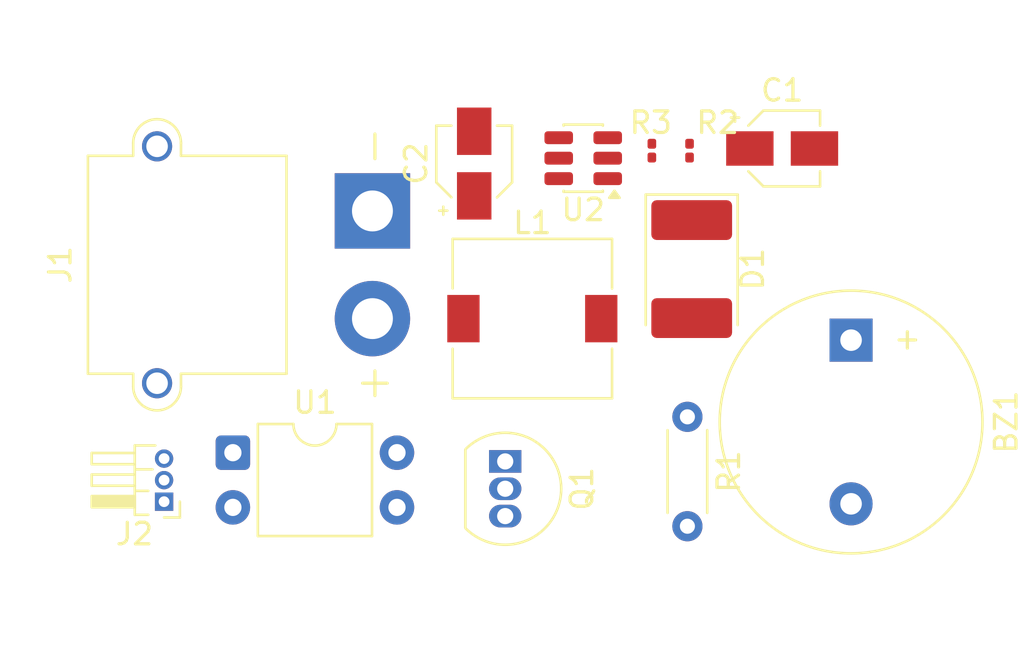
<source format=kicad_pcb>
(kicad_pcb (version 20241229) (generator "pcbnew") (generator_version "9.0")
  (layers (0 "F.Cu" signal) (2 "B.Cu" signal) (13 "F.Paste" user) (15 "B.Paste" user) (5 "F.SilkS" user "F.Silkscreen") (7 "B.SilkS" user "B.Silkscreen") (1 "F.Mask" user) (3 "B.Mask" user) (25 "Edge.Cuts" user))
  (net 0 "")
  (net 1 "Net-(BZ1-+)")
  (net 2 "Net-(BZ1--)")
  (net 3 "GND")
  (net 4 "Net-(D1-A)")
  (net 5 "Net-(J2-Pin_1)")
  (net 7 "Net-(J2-Pin_3)")
  (net 8 "Net-(Q1-B)")
  (net 9 "Net-(U2-FB)")
  (net 11 "Net-(J1-Pin_2)")
  (footprint "Connector_PinHeader_1.00mm:PinHeader_1x03_P1.00mm_Horizontal" (layer "F.Cu") (at 120 39 180)
    (property "Reference" "J2" (at 1.375 -1.5 0) (layer "F.SilkS"))
    (property "Value" "Conn_01x03_Pin")
    (fp_line (start 3.36 2.26) (end 1.36 2.26) (stroke (width 0.12)) (layer "F.SilkS"))
    (fp_line (start 3.36 1.74) (end 3.36 2.26) (stroke (width 0.12)) (layer "F.SilkS"))
    (fp_line (start 3.36 1.26) (end 1.36 1.26) (stroke (width 0.12)) (layer "F.SilkS"))
    (fp_line (start 3.36 0.74) (end 3.36 1.26) (stroke (width 0.12)) (layer "F.SilkS"))
    (fp_line (start 1.36 2.61) (end 0.41003 2.61) (stroke (width 0.12)) (layer "F.SilkS"))
    (fp_line (start 1.36 1.74) (end 3.36 1.74) (stroke (width 0.12)) (layer "F.SilkS"))
    (fp_line (start 1.36 0.74) (end 3.36 0.74) (stroke (width 0.12)) (layer "F.SilkS"))
    (fp_line (start 1.36 -0.61) (end 1.36 2.61) (stroke (width 0.12)) (layer "F.SilkS"))
    (fp_line (start 0.735 0.5) (end 1.36 0.5) (stroke (width 0.12)) (layer "F.SilkS"))
    (fp_line (start 0.735 -0.61) (end 1.36 -0.61) (stroke (width 0.12)) (layer "F.SilkS"))
    (fp_line (start 0.538725 1.5) (end 1.36 1.5) (stroke (width 0.12)) (layer "F.SilkS"))
    (fp_line (start -0.735 0) (end -0.735 -0.735) (stroke (width 0.12)) (layer "F.SilkS"))
    (fp_line (start -0.735 -0.735) (end 0 -0.735) (stroke (width 0.12)) (layer "F.SilkS"))
    (fp_rect (start 1.36 -0.26) (end 3.36 0.26) (stroke (width 0.12)) (fill yes) (layer "F.SilkS"))
    (pad "1" thru_hole rect (at 0 0 180) (size 0.85 0.85) (drill 0.5) (layers "*.Cu" "*.Mask") (net 5 "Net-(J2-Pin_1)"))
    (pad "2" thru_hole circle (at 0 1 180) (size 0.85 0.85) (drill 0.5) (layers "*.Cu" "*.Mask"))
    (pad "3" thru_hole circle (at 0 2 180) (size 0.85 0.85) (drill 0.5) (layers "*.Cu" "*.Mask") (net 7 "Net-(J2-Pin_3)"))
  )
  (footprint "Capacitor_SMD:CP_Elec_3x5.3" (layer "F.Cu") (at 134.4 23.3 90)
    (property "Reference" "C2" (at 0 -2.7 90) (layer "F.SilkS"))
    (property "Value" "22uF")
    (fp_line (start 1.76 -1.76) (end 1.76 -1.06) (stroke (width 0.12)) (layer "F.SilkS"))
    (fp_line (start -0.870563 -1.76) (end 1.76 -1.76) (stroke (width 0.12)) (layer "F.SilkS"))
    (fp_line (start -2.1875 -1.6225) (end -2.1875 -1.2475) (stroke (width 0.12)) (layer "F.SilkS"))
    (fp_line (start -2.375 -1.435) (end -2 -1.435) (stroke (width 0.12)) (layer "F.SilkS"))
    (fp_line (start -1.570563 -1.06) (end -0.870563 -1.76) (stroke (width 0.12)) (layer "F.SilkS"))
    (fp_line (start -1.570563 1.06) (end -0.870563 1.76) (stroke (width 0.12)) (layer "F.SilkS"))
    (fp_line (start 1.76 1.76) (end 1.76 1.06) (stroke (width 0.12)) (layer "F.SilkS"))
    (fp_line (start -0.870563 1.76) (end 1.76 1.76) (stroke (width 0.12)) (layer "F.SilkS"))
    (pad "1" smd rect (at -1.5 0 90) (size 2.2 1.6) (layers "F.Cu" "F.Mask" "F.Paste") (net 11 "Net-(J1-Pin_2)"))
    (pad "2" smd rect (at 1.5 0 90) (size 2.2 1.6) (layers "F.Cu" "F.Mask" "F.Paste") (net 3 "GND"))
  )
  (footprint "Package_TO_SOT_THT:TO-92_Inline" (layer "F.Cu") (at 135.84 37.13 -90)
    (property "Reference" "Q1" (at 1.27 -3.56 90) (layer "F.SilkS"))
    (property "Value" "BC337")
    (fp_line (start -0.53 1.85) (end 3.07 1.85) (stroke (width 0.12)) (layer "F.SilkS"))
    (fp_arc (start -0.568478 1.838478) (mid -1.132087 -0.994977) (end 1.27 -2.6) (stroke (width 0.12)) (layer "F.SilkS"))
    (fp_arc (start 1.27 -2.6) (mid 3.672087 -0.994977) (end 3.108478 1.838478) (stroke (width 0.12)) (layer "F.SilkS"))
    (pad "1" thru_hole rect (at 0 0 270) (size 1.05 1.5) (drill 0.75) (layers "*.Cu" "*.Mask") (net 2 "Net-(BZ1--)"))
    (pad "2" thru_hole oval (at 1.27 0 270) (size 1.05 1.5) (drill 0.75) (layers "*.Cu" "*.Mask") (net 8 "Net-(Q1-B)"))
    (pad "3" thru_hole oval (at 2.54 0 270) (size 1.05 1.5) (drill 0.75) (layers "*.Cu" "*.Mask") (net 3 "GND"))
  )
  (footprint "Connector_AMASS2:AMASS_XT30PW-M_1x02_P2.50mm_Horizontal" (layer "F.Cu") (at 129.675 25.5 90)
    (property "Reference" "J1" (at -2.5 -14.5 90) (layer "F.SilkS"))
    (property "Value" "Conn_01x02_Pin")
    (fp_line (start 2.56 -13.21) (end 2.56 -11.11) (stroke (width 0.12)) (layer "F.SilkS"))
    (fp_line (start -7.56 -13.21) (end 2.56 -13.21) (stroke (width 0.12)) (layer "F.SilkS"))
    (fp_line (start -7.56 -13.21) (end -7.56 -11.11) (stroke (width 0.12)) (layer "F.SilkS"))
    (fp_line (start 2.56 -11.11) (end 3.15 -11.11) (stroke (width 0.12)) (layer "F.SilkS"))
    (fp_line (start -8.15 -11.11) (end -7.56 -11.11) (stroke (width 0.12)) (layer "F.SilkS"))
    (fp_line (start 2.56 -8.89) (end 3.15 -8.89) (stroke (width 0.12)) (layer "F.SilkS"))
    (fp_line (start 2.56 -8.89) (end 2.56 -3.99) (stroke (width 0.12)) (layer "F.SilkS"))
    (fp_line (start -7.56 -8.89) (end -7.56 -3.99) (stroke (width 0.12)) (layer "F.SilkS"))
    (fp_line (start -8.15 -8.89) (end -7.56 -8.89) (stroke (width 0.12)) (layer "F.SilkS"))
    (fp_line (start -7.56 -3.99) (end 2.56 -3.99) (stroke (width 0.12)) (layer "F.SilkS"))
    (fp_arc (start 3.15 -11.11) (mid 4.26 -10) (end 3.15 -8.89) (stroke (width 0.12)) (layer "F.SilkS"))
    (fp_arc (start -8.15 -8.89) (mid -9.26 -10) (end -8.15 -11.11) (stroke (width 0.12)) (layer "F.SilkS"))
    (fp_text user "+" (at -8 0 90) (layer "F.SilkS") (effects (font (size 1.5 1.5))))
    (fp_text user "-" (at 3 0 90) (layer "F.SilkS") (effects (font (size 1.5 1.5))))
    (pad "" thru_hole circle (at -8 -10 90) (size 1.4 1.4) (drill 1) (layers "*.Cu" "*.Mask"))
    (pad "" thru_hole circle (at 3 -10 90) (size 1.4 1.4) (drill 1) (layers "*.Cu" "*.Mask"))
    (pad "1" thru_hole rect (at 0 0 90) (size 3.5 3.5) (drill 1.9) (layers "*.Cu" "*.Mask") (net 3 "GND"))
    (pad "2" thru_hole circle (at -5 0 90) (size 3.5 3.5) (drill 1.9) (layers "*.Cu" "*.Mask") (net 11 "Net-(J1-Pin_2)"))
  )
  (footprint "Buzzer_Beeper:Buzzer_12x9.5RM7.6" (layer "F.Cu") (at 151.9 31.5 -90)
    (property "Reference" "BZ1" (at 3.8 -7.2 90) (layer "F.SilkS"))
    (property "Value" "Buzzer")
    (fp_circle (center 3.8 0) (end 9.9 0) (stroke (width 0.12)) (fill no) (layer "F.SilkS"))
    (fp_text user "+" (at -0.01 -2.54 90) (layer "F.SilkS"))
    (pad "1" thru_hole rect (at 0 0 270) (size 2 2) (drill 1) (layers "*.Cu" "*.Mask") (net 1 "Net-(BZ1-+)"))
    (pad "2" thru_hole circle (at 7.6 0 270) (size 2 2) (drill 1) (layers "*.Cu" "*.Mask") (net 2 "Net-(BZ1--)"))
  )
  (footprint "Diode_SMD:D_2114_3652Metric_Pad1.85x3.75mm_HandSolder" (layer "F.Cu") (at 144.5 28.2 -90)
    (property "Reference" "D1" (at 0 -2.83 90) (layer "F.SilkS"))
    (property "Value" "SS34")
    (fp_line (start -3.46 2.135) (end 2.6 2.135) (stroke (width 0.12)) (layer "F.SilkS"))
    (fp_line (start -3.46 -2.135) (end -3.46 2.135) (stroke (width 0.12)) (layer "F.SilkS"))
    (fp_line (start 2.6 -2.135) (end -3.46 -2.135) (stroke (width 0.12)) (layer "F.SilkS"))
    (pad "1" smd roundrect (at -2.275 0 270) (size 1.85 3.75) (layers "F.Cu" "F.Mask" "F.Paste") (roundrect_rratio 0.135135) (net 1 "Net-(BZ1-+)"))
    (pad "2" smd roundrect (at 2.275 0 270) (size 1.85 3.75) (layers "F.Cu" "F.Mask" "F.Paste") (roundrect_rratio 0.135135) (net 4 "Net-(D1-A)"))
  )
  (footprint "Inductor_SMD:L_7.3x7.3_H4.5" (layer "F.Cu") (at 137.1 30.5)
    (property "Reference" "L1" (at 0 -4.45 0) (layer "F.SilkS"))
    (property "Value" "10uH")
    (fp_line (start -3.7 -3.7) (end 3.7 -3.7) (stroke (width 0.12)) (layer "F.SilkS"))
    (fp_line (start -3.7 -1.4) (end -3.7 -3.7) (stroke (width 0.12)) (layer "F.SilkS"))
    (fp_line (start -3.7 3.7) (end -3.7 1.4) (stroke (width 0.12)) (layer "F.SilkS"))
    (fp_line (start 3.7 -3.7) (end 3.7 -1.4) (stroke (width 0.12)) (layer "F.SilkS"))
    (fp_line (start 3.7 1.4) (end 3.7 3.7) (stroke (width 0.12)) (layer "F.SilkS"))
    (fp_line (start 3.7 3.7) (end -3.7 3.7) (stroke (width 0.12)) (layer "F.SilkS"))
    (pad "1" smd rect (at -3.2 0) (size 1.5 2.2) (layers "F.Cu" "F.Mask" "F.Paste") (net 11 "Net-(J1-Pin_2)"))
    (pad "2" smd rect (at 3.2 0) (size 1.5 2.2) (layers "F.Cu" "F.Mask" "F.Paste") (net 4 "Net-(D1-A)"))
  )
  (footprint "Resistor_SMD:R_0201_0603Metric" (layer "F.Cu") (at 142.65 22.7 -90)
    (property "Reference" "R3" (at -1.3 0.05 180) (layer "F.SilkS"))
    (property "Value" "390")
    (pad "1" smd roundrect (at -0.32 0 270) (size 0.46 0.4) (layers "F.Cu" "F.Mask") (net 3 "GND"))
    (pad "2" smd roundrect (at 0.32 0 270) (size 0.46 0.4) (layers "F.Cu" "F.Mask") (net 9 "Net-(U2-FB)"))
  )
  (footprint "Resistor_SMD:R_0201_0603Metric" (layer "F.Cu") (at 144.4 22.7 -90)
    (property "Reference" "R2" (at -1.3 -1.3 180) (layer "F.SilkS"))
    (property "Value" "10k")
    (pad "1" smd roundrect (at -0.32 0 270) (size 0.46 0.4) (layers "F.Cu" "F.Mask") (net 9 "Net-(U2-FB)"))
    (pad "2" smd roundrect (at 0.32 0 270) (size 0.46 0.4) (layers "F.Cu" "F.Mask") (net 1 "Net-(BZ1-+)"))
  )
  (footprint "Package_TO_SOT_SMD:SOT-23-6" (layer "F.Cu") (at 139.4625 23.05 180)
    (property "Reference" "U2" (at 0 -2.4 0) (layer "F.SilkS"))
    (property "Value" "MT3608")
    (fp_line (start 0.91 1.56) (end -0.91 1.56) (stroke (width 0.12)) (layer "F.SilkS"))
    (fp_line (start 0.91 1.51) (end 0.91 1.56) (stroke (width 0.12)) (layer "F.SilkS"))
    (fp_line (start 0.91 -1.56) (end 0.91 -1.51) (stroke (width 0.12)) (layer "F.SilkS"))
    (fp_line (start -0.91 1.56) (end -0.91 1.51) (stroke (width 0.12)) (layer "F.SilkS"))
    (fp_line (start -0.91 -1.51) (end -0.91 -1.56) (stroke (width 0.12)) (layer "F.SilkS"))
    (fp_line (start -0.91 -1.56) (end 0.91 -1.56) (stroke (width 0.12)) (layer "F.SilkS"))
    (fp_poly (pts (xy -1.45 -1.51) (xy -1.69 -1.84) (xy -1.21 -1.84)) (stroke (width 0.12)) (fill yes) (layer "F.SilkS"))
    (pad "1" smd roundrect (at -1.1375 -0.95 180) (size 1.325 0.6) (layers "F.Cu" "F.Mask" "F.Paste") (net 4 "Net-(D1-A)"))
    (pad "2" smd roundrect (at -1.1375 0 180) (size 1.325 0.6) (layers "F.Cu" "F.Mask" "F.Paste") (net 3 "GND"))
    (pad "3" smd roundrect (at -1.1375 0.95 180) (size 1.325 0.6) (layers "F.Cu" "F.Mask" "F.Paste") (net 9 "Net-(U2-FB)"))
    (pad "4" smd roundrect (at 1.1375 0.95 180) (size 1.325 0.6) (layers "F.Cu" "F.Mask" "F.Paste") (net 11 "Net-(J1-Pin_2)"))
    (pad "5" smd roundrect (at 1.1375 0 180) (size 1.325 0.6) (layers "F.Cu" "F.Mask" "F.Paste") (net 11 "Net-(J1-Pin_2)"))
    (pad "6" smd roundrect (at 1.1375 -0.95 180) (size 1.325 0.6) (layers "F.Cu" "F.Mask" "F.Paste"))
  )
  (footprint "Capacitor_SMD:CP_Elec_3x5.3" (layer "F.Cu") (at 148.7 22.6)
    (property "Reference" "C1" (at 0 -2.7 0) (layer "F.SilkS"))
    (property "Value" "100uf")
    (fp_line (start -2.375 -1.435) (end -2 -1.435) (stroke (width 0.12)) (layer "F.SilkS"))
    (fp_line (start -2.1875 -1.6225) (end -2.1875 -1.2475) (stroke (width 0.12)) (layer "F.SilkS"))
    (fp_line (start -1.570563 -1.06) (end -0.870563 -1.76) (stroke (width 0.12)) (layer "F.SilkS"))
    (fp_line (start -1.570563 1.06) (end -0.870563 1.76) (stroke (width 0.12)) (layer "F.SilkS"))
    (fp_line (start -0.870563 -1.76) (end 1.76 -1.76) (stroke (width 0.12)) (layer "F.SilkS"))
    (fp_line (start -0.870563 1.76) (end 1.76 1.76) (stroke (width 0.12)) (layer "F.SilkS"))
    (fp_line (start 1.76 -1.76) (end 1.76 -1.06) (stroke (width 0.12)) (layer "F.SilkS"))
    (fp_line (start 1.76 1.76) (end 1.76 1.06) (stroke (width 0.12)) (layer "F.SilkS"))
    (pad "1" smd rect (at -1.5 0) (size 2.2 1.6) (layers "F.Cu" "F.Mask" "F.Paste") (net 1 "Net-(BZ1-+)"))
    (pad "2" smd rect (at 1.5 0) (size 2.2 1.6) (layers "F.Cu" "F.Mask" "F.Paste") (net 3 "GND"))
  )
  (footprint "Resistor_THT:R_Axial_DIN0204_L3.6mm_D1.6mm_P5.08mm_Horizontal" (layer "F.Cu") (at 144.3 35.06 -90)
    (property "Reference" "R1" (at 2.54 -1.92 90) (layer "F.SilkS"))
    (property "Value" "1k")
    (fp_line (start 0.62 0.92) (end 4.46 0.92) (stroke (width 0.12)) (layer "F.SilkS"))
    (fp_line (start 0.62 -0.92) (end 4.46 -0.92) (stroke (width 0.12)) (layer "F.SilkS"))
    (pad "1" thru_hole circle (at 0 0 270) (size 1.4 1.4) (drill 0.7) (layers "*.Cu" "*.Mask") (net 2 "Net-(BZ1--)"))
    (pad "2" thru_hole circle (at 5.08 0 270) (size 1.4 1.4) (drill 0.7) (layers "*.Cu" "*.Mask") (net 1 "Net-(BZ1-+)"))
  )
  (footprint "Package_DIP:DIP-4_W7.62mm" (layer "F.Cu") (at 123.195 36.725)
    (property "Reference" "U1" (at 3.81 -2.33 0) (layer "F.SilkS"))
    (property "Value" "PC817")
    (fp_line (start 1.16 -1.33) (end 1.16 3.87) (stroke (width 0.12)) (layer "F.SilkS"))
    (fp_line (start 1.16 3.87) (end 6.46 3.87) (stroke (width 0.12)) (layer "F.SilkS"))
    (fp_line (start 2.81 -1.33) (end 1.16 -1.33) (stroke (width 0.12)) (layer "F.SilkS"))
    (fp_line (start 6.46 -1.33) (end 4.81 -1.33) (stroke (width 0.12)) (layer "F.SilkS"))
    (fp_line (start 6.46 3.87) (end 6.46 -1.33) (stroke (width 0.12)) (layer "F.SilkS"))
    (fp_arc (start 4.81 -1.33) (mid 3.81 -0.33) (end 2.81 -1.33) (stroke (width 0.12)) (layer "F.SilkS"))
    (pad "1" thru_hole roundrect (at 0 0) (size 1.6 1.6) (drill 0.8) (layers "*.Cu" "*.Mask") (roundrect_rratio 0.15625) (net 7 "Net-(J2-Pin_3)"))
    (pad "2" thru_hole circle (at 0 2.54) (size 1.6 1.6) (drill 0.8) (layers "*.Cu" "*.Mask") (net 5 "Net-(J2-Pin_1)"))
    (pad "3" thru_hole circle (at 7.62 2.54) (size 1.6 1.6) (drill 0.8) (layers "*.Cu" "*.Mask") (net 8 "Net-(Q1-B)"))
    (pad "4" thru_hole circle (at 7.62 0) (size 1.6 1.6) (drill 0.8) (layers "*.Cu" "*.Mask") (net 11 "Net-(J1-Pin_2)"))
  )
)
</source>
